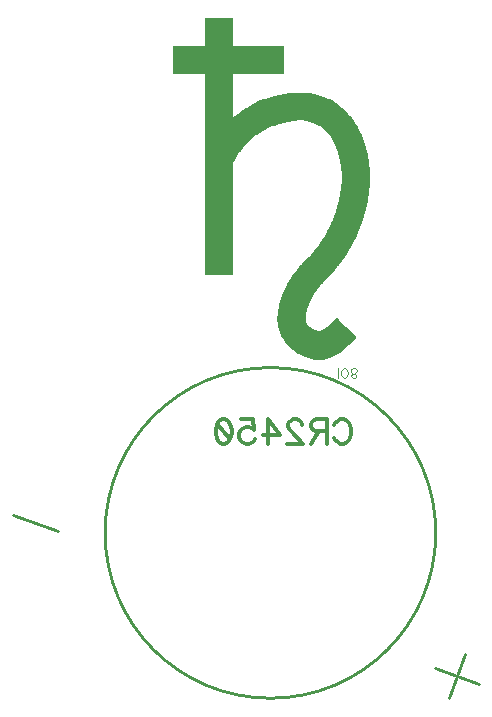
<source format=gbo>
G04 DipTrace 2.3.1.0*
%INBottomSilk.gbr*%
%MOIN*%
%ADD10C,0.0098*%
%ADD12C,0.003*%
%ADD117C,0.0046*%
%ADD118C,0.0124*%
%FSLAX44Y44*%
G04*
G70*
G90*
G75*
G01*
%LNBotSilk*%
%LPD*%
X7471Y11683D2*
D10*
X5991Y12222D1*
X20048Y7104D2*
X21529Y6567D1*
X20519Y6095D2*
X21058Y7577D1*
X9055Y11614D2*
G02X9055Y11614I5511J0D01*
G01*
X12373Y28785D2*
D12*
X13271D1*
X12373Y28755D2*
X13271D1*
X12373Y28725D2*
X13271D1*
X12373Y28695D2*
X13271D1*
X12373Y28665D2*
X13271D1*
X12373Y28635D2*
X13271D1*
X12373Y28606D2*
X13271D1*
X12373Y28576D2*
X13271D1*
X12373Y28546D2*
X13271D1*
X12373Y28516D2*
X13271D1*
X12373Y28486D2*
X13271D1*
X12373Y28456D2*
X13271D1*
X12373Y28426D2*
X13271D1*
X12373Y28396D2*
X13271D1*
X12373Y28366D2*
X13271D1*
X12373Y28336D2*
X13271D1*
X12373Y28306D2*
X13271D1*
X12373Y28276D2*
X13271D1*
X12373Y28246D2*
X13271D1*
X12373Y28217D2*
X13271D1*
X12373Y28187D2*
X13271D1*
X12373Y28157D2*
X13271D1*
X12373Y28127D2*
X13271D1*
X12373Y28097D2*
X13271D1*
X12373Y28067D2*
X13271D1*
X12373Y28037D2*
X13271D1*
X12373Y28007D2*
X13271D1*
X12373Y27977D2*
X13271D1*
X12373Y27947D2*
X13271D1*
X12373Y27917D2*
X13271D1*
X12373Y27887D2*
X13271D1*
X12373Y27857D2*
X13271D1*
X11326Y27828D2*
X14976D1*
X11326Y27798D2*
X14976D1*
X11326Y27768D2*
X14976D1*
X11326Y27738D2*
X14976D1*
X11326Y27708D2*
X14976D1*
X11326Y27678D2*
X14976D1*
X11326Y27648D2*
X14976D1*
X11326Y27618D2*
X14976D1*
X11326Y27588D2*
X14976D1*
X11326Y27558D2*
X14976D1*
X11326Y27528D2*
X14976D1*
X11326Y27498D2*
X14976D1*
X11326Y27469D2*
X14976D1*
X11326Y27439D2*
X14976D1*
X11326Y27409D2*
X14976D1*
X11326Y27379D2*
X14976D1*
X11326Y27349D2*
X14976D1*
X11326Y27319D2*
X14976D1*
X11326Y27289D2*
X14976D1*
X11326Y27259D2*
X14976D1*
X11326Y27229D2*
X14976D1*
X11326Y27199D2*
X14976D1*
X11326Y27169D2*
X14976D1*
X11326Y27139D2*
X14976D1*
X11326Y27109D2*
X14976D1*
X11326Y27080D2*
X14976D1*
X11326Y27050D2*
X14976D1*
X11326Y27020D2*
X14976D1*
X11326Y26990D2*
X14976D1*
X11326Y26960D2*
X14976D1*
X12373Y26930D2*
X13271D1*
X12373Y26900D2*
X13271D1*
X12373Y26870D2*
X13271D1*
X12373Y26840D2*
X13271D1*
X12373Y26810D2*
X13271D1*
X12373Y26780D2*
X13271D1*
X12373Y26750D2*
X13271D1*
X12373Y26720D2*
X13271D1*
X12373Y26691D2*
X13271D1*
X12373Y26661D2*
X13271D1*
X12373Y26631D2*
X13271D1*
X12373Y26601D2*
X13271D1*
X12373Y26571D2*
X13271D1*
X12373Y26541D2*
X13271D1*
X12373Y26511D2*
X13271D1*
X12373Y26481D2*
X13271D1*
X12373Y26451D2*
X13271D1*
X12373Y26421D2*
X13271D1*
X12373Y26391D2*
X13271D1*
X12373Y26361D2*
X13271D1*
X12373Y26331D2*
X13271D1*
X12373Y26302D2*
X13271D1*
X12373Y26272D2*
X13271D1*
X15186D2*
X15844D1*
X12373Y26242D2*
X13271D1*
X15014D2*
X15986D1*
X12373Y26212D2*
X13271D1*
X14860D2*
X16110D1*
X12373Y26182D2*
X13271D1*
X14723D2*
X16217D1*
X12373Y26152D2*
X13271D1*
X14600D2*
X16311D1*
X12373Y26122D2*
X13271D1*
X14490D2*
X16392D1*
X12373Y26092D2*
X13271D1*
X14393D2*
X16463D1*
X12373Y26062D2*
X13271D1*
X14309D2*
X16527D1*
X12373Y26032D2*
X13271D1*
X14233D2*
X16586D1*
X12373Y26002D2*
X13271D1*
X14161D2*
X16638D1*
X12373Y25972D2*
X13271D1*
X14095D2*
X16686D1*
X12373Y25943D2*
X13271D1*
X14036D2*
X16729D1*
X12373Y25913D2*
X13271D1*
X13981D2*
X16770D1*
X12373Y25883D2*
X13271D1*
X13926D2*
X16811D1*
X12373Y25853D2*
X13271D1*
X13873D2*
X16850D1*
X12373Y25823D2*
X13271D1*
X13822D2*
X16886D1*
X12373Y25793D2*
X13271D1*
X13774D2*
X16919D1*
X12373Y25763D2*
X13271D1*
X13728D2*
X16950D1*
X12373Y25733D2*
X13271D1*
X13683D2*
X16981D1*
X12373Y25703D2*
X13271D1*
X13638D2*
X17011D1*
X12373Y25673D2*
X13271D1*
X13594D2*
X17041D1*
X12373Y25643D2*
X13271D1*
X13552D2*
X17071D1*
X12373Y25613D2*
X13271D1*
X13511D2*
X17101D1*
X12373Y25583D2*
X13271D1*
X13471D2*
X17131D1*
X12373Y25554D2*
X13271D1*
X13431D2*
X17161D1*
X12373Y25524D2*
X13272D1*
X13395D2*
X17189D1*
X12373Y25494D2*
X13277D1*
X13357D2*
X17215D1*
X12373Y25464D2*
X13287D1*
X13315D2*
X17238D1*
X12373Y25434D2*
X17260D1*
X12373Y25404D2*
X17284D1*
X12373Y25374D2*
X15319D1*
X15741D2*
X17307D1*
X12373Y25344D2*
X15140D1*
X15861D2*
X17328D1*
X12373Y25314D2*
X14988D1*
X15959D2*
X17346D1*
X12373Y25284D2*
X14862D1*
X16037D2*
X17363D1*
X12373Y25254D2*
X14758D1*
X16102D2*
X17381D1*
X12373Y25224D2*
X14670D1*
X16158D2*
X17401D1*
X12373Y25194D2*
X14594D1*
X16206D2*
X17419D1*
X12373Y25165D2*
X14525D1*
X16249D2*
X17436D1*
X12373Y25135D2*
X14462D1*
X16287D2*
X17452D1*
X12373Y25105D2*
X14403D1*
X16320D2*
X17467D1*
X12373Y25075D2*
X14347D1*
X16352D2*
X17482D1*
X12373Y25045D2*
X14292D1*
X16382D2*
X17497D1*
X12373Y25015D2*
X14241D1*
X16412D2*
X17512D1*
X12373Y24985D2*
X14193D1*
X16442D2*
X17527D1*
X12373Y24955D2*
X14147D1*
X16472D2*
X17542D1*
X12373Y24925D2*
X14103D1*
X16501D2*
X17556D1*
X12373Y24895D2*
X14062D1*
X16527D2*
X17568D1*
X12373Y24865D2*
X14025D1*
X16550D2*
X17579D1*
X12373Y24835D2*
X13991D1*
X16571D2*
X17590D1*
X12373Y24806D2*
X13959D1*
X16592D2*
X17603D1*
X12373Y24776D2*
X13925D1*
X16611D2*
X17616D1*
X12373Y24746D2*
X13887D1*
X16628D2*
X17628D1*
X12373Y24716D2*
X13850D1*
X16644D2*
X17639D1*
X12373Y24686D2*
X13814D1*
X16659D2*
X17649D1*
X12373Y24656D2*
X13783D1*
X16674D2*
X17659D1*
X12373Y24626D2*
X13755D1*
X16689D2*
X17669D1*
X12373Y24596D2*
X13732D1*
X16704D2*
X17679D1*
X12373Y24566D2*
X13710D1*
X16718D2*
X17689D1*
X12373Y24536D2*
X13685D1*
X16730D2*
X17699D1*
X12373Y24506D2*
X13659D1*
X16741D2*
X17709D1*
X12373Y24476D2*
X13634D1*
X16753D2*
X17718D1*
X12373Y24446D2*
X13612D1*
X16766D2*
X17725D1*
X12373Y24417D2*
X13590D1*
X16779D2*
X17732D1*
X12373Y24387D2*
X13565D1*
X16790D2*
X17740D1*
X12373Y24357D2*
X13538D1*
X16801D2*
X17749D1*
X12373Y24327D2*
X13511D1*
X16811D2*
X17755D1*
X12373Y24297D2*
X13485D1*
X16821D2*
X17762D1*
X12373Y24267D2*
X13464D1*
X16827D2*
X17770D1*
X12373Y24237D2*
X13445D1*
X16834D2*
X17779D1*
X12373Y24207D2*
X13428D1*
X16843D2*
X17784D1*
X12373Y24177D2*
X13409D1*
X16851D2*
X17787D1*
X12373Y24147D2*
X13390D1*
X16858D2*
X17789D1*
X12373Y24117D2*
X13372D1*
X16864D2*
X17794D1*
X12373Y24087D2*
X13355D1*
X16873D2*
X17801D1*
X12373Y24057D2*
X13338D1*
X16881D2*
X17809D1*
X12373Y24028D2*
X13320D1*
X16886D2*
X17814D1*
X12373Y23998D2*
X13301D1*
X16889D2*
X17817D1*
X12373Y23968D2*
X13287D1*
X16892D2*
X17818D1*
X12373Y23938D2*
X13278D1*
X16896D2*
X17819D1*
X12373Y23908D2*
X13274D1*
X16903D2*
X17820D1*
X12373Y23878D2*
X13272D1*
X16911D2*
X17824D1*
X12373Y23848D2*
X13271D1*
X16916D2*
X17831D1*
X12373Y23818D2*
X13271D1*
X16919D2*
X17839D1*
X12373Y23788D2*
X13271D1*
X16921D2*
X17844D1*
X12373Y23758D2*
X13271D1*
X16922D2*
X17847D1*
X12373Y23728D2*
X13271D1*
X16926D2*
X17848D1*
X12373Y23698D2*
X13271D1*
X16933D2*
X17849D1*
X12373Y23669D2*
X13271D1*
X16941D2*
X17849D1*
X12373Y23639D2*
X13271D1*
X16946D2*
X17849D1*
X12373Y23609D2*
X13271D1*
X16949D2*
X17849D1*
X12373Y23579D2*
X13271D1*
X16950D2*
X17849D1*
X12373Y23549D2*
X13271D1*
X16951D2*
X17849D1*
X12373Y23519D2*
X13271D1*
X16951D2*
X17849D1*
X12373Y23489D2*
X13271D1*
X16951D2*
X17849D1*
X12373Y23459D2*
X13271D1*
X16951D2*
X17849D1*
X12373Y23429D2*
X13271D1*
X16951D2*
X17849D1*
X12373Y23399D2*
X13271D1*
X16951D2*
X17849D1*
X12373Y23369D2*
X13271D1*
X16951D2*
X17849D1*
X12373Y23339D2*
X13271D1*
X16950D2*
X17849D1*
X12373Y23309D2*
X13271D1*
X16946D2*
X17849D1*
X12373Y23280D2*
X13271D1*
X16939D2*
X17849D1*
X12373Y23250D2*
X13271D1*
X16931D2*
X17849D1*
X12373Y23220D2*
X13271D1*
X16926D2*
X17849D1*
X12373Y23190D2*
X13271D1*
X16923D2*
X17848D1*
X12373Y23160D2*
X13271D1*
X16922D2*
X17844D1*
X12373Y23130D2*
X13271D1*
X16920D2*
X17837D1*
X12373Y23100D2*
X13271D1*
X16916D2*
X17829D1*
X12373Y23070D2*
X13271D1*
X16909D2*
X17824D1*
X12373Y23040D2*
X13271D1*
X16901D2*
X17821D1*
X12373Y23010D2*
X13271D1*
X16896D2*
X17820D1*
X12373Y22980D2*
X13271D1*
X16893D2*
X17819D1*
X12373Y22950D2*
X13271D1*
X16892D2*
X17819D1*
X12373Y22920D2*
X13271D1*
X16890D2*
X17818D1*
X12373Y22891D2*
X13271D1*
X16886D2*
X17814D1*
X12373Y22861D2*
X13271D1*
X16879D2*
X17807D1*
X12373Y22831D2*
X13271D1*
X16872D2*
X17799D1*
X12373Y22801D2*
X13271D1*
X16866D2*
X17794D1*
X12373Y22771D2*
X13271D1*
X16862D2*
X17791D1*
X12373Y22741D2*
X13271D1*
X16857D2*
X17789D1*
X12373Y22711D2*
X13271D1*
X16849D2*
X17784D1*
X12373Y22681D2*
X13271D1*
X16841D2*
X17777D1*
X12373Y22651D2*
X13271D1*
X16831D2*
X17769D1*
X12373Y22621D2*
X13271D1*
X16821D2*
X17764D1*
X12373Y22591D2*
X13271D1*
X16812D2*
X17760D1*
X12373Y22561D2*
X13271D1*
X16806D2*
X17755D1*
X12373Y22531D2*
X13271D1*
X16799D2*
X17747D1*
X12373Y22502D2*
X13271D1*
X16790D2*
X17739D1*
X12373Y22472D2*
X13271D1*
X16781D2*
X17733D1*
X12373Y22442D2*
X13271D1*
X16772D2*
X17726D1*
X12373Y22412D2*
X13271D1*
X16762D2*
X17718D1*
X12373Y22382D2*
X13271D1*
X16753D2*
X17708D1*
X12373Y22352D2*
X13271D1*
X16746D2*
X17699D1*
X12373Y22322D2*
X13271D1*
X16739D2*
X17689D1*
X12373Y22292D2*
X13271D1*
X16729D2*
X17679D1*
X12373Y22262D2*
X13271D1*
X16717D2*
X17670D1*
X12373Y22232D2*
X13271D1*
X16705D2*
X17659D1*
X12373Y22202D2*
X13271D1*
X16693D2*
X17650D1*
X12373Y22172D2*
X13271D1*
X16683D2*
X17643D1*
X12373Y22143D2*
X13271D1*
X16672D2*
X17637D1*
X12373Y22113D2*
X13271D1*
X16662D2*
X17628D1*
X12373Y22083D2*
X13271D1*
X16652D2*
X17619D1*
X12373Y22053D2*
X13271D1*
X16641D2*
X17609D1*
X12373Y22023D2*
X13271D1*
X16628D2*
X17599D1*
X12373Y21993D2*
X13271D1*
X16614D2*
X17589D1*
X12373Y21963D2*
X13271D1*
X16599D2*
X17580D1*
X12373Y21933D2*
X13271D1*
X16585D2*
X17568D1*
X12373Y21903D2*
X13271D1*
X16570D2*
X17556D1*
X12373Y21873D2*
X13271D1*
X16555D2*
X17543D1*
X12373Y21843D2*
X13271D1*
X16540D2*
X17531D1*
X12373Y21813D2*
X13271D1*
X16525D2*
X17520D1*
X12373Y21783D2*
X13271D1*
X16510D2*
X17510D1*
X12373Y21754D2*
X13271D1*
X16495D2*
X17500D1*
X12373Y21724D2*
X13271D1*
X16480D2*
X17490D1*
X12373Y21694D2*
X13271D1*
X16465D2*
X17479D1*
X12373Y21664D2*
X13271D1*
X16450D2*
X17466D1*
X12373Y21634D2*
X13271D1*
X16435D2*
X17452D1*
X12373Y21604D2*
X13271D1*
X16420D2*
X17437D1*
X12373Y21574D2*
X13271D1*
X16405D2*
X17423D1*
X12373Y21544D2*
X13271D1*
X16389D2*
X17411D1*
X12373Y21514D2*
X13271D1*
X16371D2*
X17401D1*
X12373Y21484D2*
X13271D1*
X16352D2*
X17389D1*
X12373Y21454D2*
X13271D1*
X16333D2*
X17376D1*
X12373Y21424D2*
X13271D1*
X16313D2*
X17362D1*
X12373Y21394D2*
X13271D1*
X16293D2*
X17346D1*
X12373Y21365D2*
X13271D1*
X16273D2*
X17329D1*
X12373Y21335D2*
X13271D1*
X16253D2*
X17309D1*
X12373Y21305D2*
X13271D1*
X16233D2*
X17291D1*
X12373Y21275D2*
X13271D1*
X16213D2*
X17274D1*
X12373Y21245D2*
X13271D1*
X16192D2*
X17258D1*
X12373Y21215D2*
X13271D1*
X16169D2*
X17243D1*
X12373Y21185D2*
X13271D1*
X16146D2*
X17228D1*
X12373Y21155D2*
X13271D1*
X16125D2*
X17213D1*
X12373Y21125D2*
X13271D1*
X16103D2*
X17197D1*
X12373Y21095D2*
X13271D1*
X16079D2*
X17179D1*
X12373Y21065D2*
X13271D1*
X16053D2*
X17160D1*
X12373Y21035D2*
X13271D1*
X16028D2*
X17142D1*
X12373Y21006D2*
X13271D1*
X16006D2*
X17125D1*
X12373Y20976D2*
X13271D1*
X15983D2*
X17108D1*
X12373Y20946D2*
X13271D1*
X15959D2*
X17090D1*
X12373Y20916D2*
X13271D1*
X15932D2*
X17070D1*
X12373Y20886D2*
X13271D1*
X15903D2*
X17051D1*
X12373Y20856D2*
X13271D1*
X15873D2*
X17031D1*
X12373Y20826D2*
X13271D1*
X15840D2*
X17011D1*
X12373Y20796D2*
X13271D1*
X15807D2*
X16991D1*
X12373Y20766D2*
X13271D1*
X15777D2*
X16970D1*
X12373Y20736D2*
X13271D1*
X15749D2*
X16947D1*
X12373Y20706D2*
X13271D1*
X15722D2*
X16924D1*
X12373Y20676D2*
X13271D1*
X15693D2*
X16903D1*
X12373Y20646D2*
X13271D1*
X15664D2*
X16881D1*
X12373Y20617D2*
X13271D1*
X15634D2*
X16858D1*
X12373Y20587D2*
X13271D1*
X15605D2*
X16834D1*
X12373Y20557D2*
X13271D1*
X15576D2*
X16813D1*
X12373Y20527D2*
X13271D1*
X15550D2*
X16791D1*
X12373Y20497D2*
X13271D1*
X15527D2*
X16767D1*
X12373Y20467D2*
X13271D1*
X15505D2*
X16741D1*
X12373Y20437D2*
X13271D1*
X15481D2*
X16716D1*
X12373Y20407D2*
X13271D1*
X15458D2*
X16694D1*
X12373Y20377D2*
X13271D1*
X15437D2*
X16672D1*
X12373Y20347D2*
X13271D1*
X15415D2*
X16647D1*
X12373Y20317D2*
X13271D1*
X15390D2*
X16620D1*
X12373Y20287D2*
X13271D1*
X15364D2*
X16591D1*
X12373Y20257D2*
X13271D1*
X15340D2*
X16562D1*
X12373Y20228D2*
X13271D1*
X15317D2*
X16532D1*
X15296Y20198D2*
X16502D1*
X15276Y20168D2*
X16472D1*
X15256Y20138D2*
X16443D1*
X15236Y20108D2*
X16413D1*
X15216Y20078D2*
X16383D1*
X15197Y20048D2*
X16353D1*
X15180Y20018D2*
X16323D1*
X15164Y19988D2*
X16294D1*
X15149Y19958D2*
X16268D1*
X15134Y19928D2*
X16245D1*
X15119Y19898D2*
X16223D1*
X15104Y19869D2*
X16198D1*
X15089Y19839D2*
X16171D1*
X15074Y19809D2*
X16144D1*
X15059Y19779D2*
X16118D1*
X15044Y19749D2*
X16096D1*
X15029Y19719D2*
X16074D1*
X15014Y19689D2*
X16054D1*
X14999Y19659D2*
X16034D1*
X14984Y19629D2*
X16014D1*
X14970Y19599D2*
X15994D1*
X14958Y19569D2*
X15975D1*
X14947Y19539D2*
X15958D1*
X14937Y19509D2*
X15942D1*
X14926Y19480D2*
X15927D1*
X14917Y19450D2*
X15911D1*
X14907Y19420D2*
X15896D1*
X14897Y19390D2*
X15881D1*
X14891Y19360D2*
X15867D1*
X14884Y19330D2*
X15852D1*
X14875Y19300D2*
X15838D1*
X14867Y19270D2*
X15826D1*
X14862Y19240D2*
X15815D1*
X14858Y19210D2*
X15803D1*
X14853Y19180D2*
X15790D1*
X14845Y19150D2*
X15777D1*
X14837Y19120D2*
X15767D1*
X14832Y19091D2*
X15759D1*
X14829Y19061D2*
X15752D1*
X14827Y19031D2*
X15743D1*
X14826Y19001D2*
X15735D1*
X14822Y18971D2*
X15729D1*
X14815Y18941D2*
X15727D1*
X14807Y18911D2*
X15725D1*
X14802Y18881D2*
X15725D1*
X14799Y18851D2*
X15725D1*
X14798Y18821D2*
X15724D1*
X14797Y18791D2*
X15724D1*
X14797Y18761D2*
X15724D1*
X16742D2*
X16772D1*
X14797Y18731D2*
X15724D1*
X16712D2*
X16802D1*
X14797Y18702D2*
X15725D1*
X16682D2*
X16831D1*
X14798Y18672D2*
X15726D1*
X16652D2*
X16861D1*
X14802Y18642D2*
X15731D1*
X16622D2*
X16891D1*
X14809Y18612D2*
X15743D1*
X16592D2*
X16921D1*
X14817Y18582D2*
X15762D1*
X16562D2*
X16951D1*
X14822Y18552D2*
X15784D1*
X16531D2*
X16982D1*
X14826Y18522D2*
X15808D1*
X16497D2*
X17016D1*
X14831Y18492D2*
X15837D1*
X16460D2*
X17053D1*
X14839Y18462D2*
X15870D1*
X16422D2*
X17091D1*
X14847Y18432D2*
X15908D1*
X16382D2*
X17126D1*
X14853Y18402D2*
X15959D1*
X16335D2*
X17159D1*
X14860Y18372D2*
X16037D1*
X16268D2*
X17190D1*
X14869Y18343D2*
X16153D1*
X16171D2*
X17220D1*
X14881Y18313D2*
X17250D1*
X14894Y18283D2*
X17280D1*
X14905Y18253D2*
X17310D1*
X14916Y18223D2*
X17339D1*
X14928Y18193D2*
X17364D1*
X14942Y18163D2*
X17384D1*
X14960Y18133D2*
X17390D1*
X14981Y18103D2*
X17382D1*
X15004Y18073D2*
X17357D1*
X15025Y18043D2*
X17324D1*
X15046Y18013D2*
X17289D1*
X15066Y17983D2*
X17255D1*
X15086Y17954D2*
X17222D1*
X15107Y17924D2*
X17191D1*
X15131Y17894D2*
X17161D1*
X15159Y17864D2*
X17130D1*
X15192Y17834D2*
X17096D1*
X15228Y17804D2*
X17059D1*
X15266Y17774D2*
X17020D1*
X15302Y17744D2*
X16981D1*
X15339Y17714D2*
X16941D1*
X15382Y17684D2*
X16901D1*
X15428Y17654D2*
X16860D1*
X15476Y17624D2*
X16816D1*
X15526Y17594D2*
X16769D1*
X15582Y17565D2*
X16720D1*
X15644Y17535D2*
X16664D1*
X15720Y17505D2*
X16597D1*
X15811Y17475D2*
X16516D1*
X15915Y17445D2*
X16422D1*
X16024Y17415D2*
X16323D1*
X12373Y28785D2*
Y28755D1*
Y28725D1*
Y28695D1*
Y28665D1*
Y28635D1*
Y28606D1*
Y28576D1*
Y28546D1*
Y28516D1*
Y28486D1*
Y28456D1*
Y28426D1*
Y28396D1*
Y28366D1*
Y28336D1*
Y28306D1*
Y28276D1*
Y28246D1*
Y28217D1*
Y28187D1*
Y28157D1*
Y28127D1*
Y28097D1*
Y28067D1*
Y28037D1*
Y28007D1*
Y27977D1*
Y27947D1*
Y27917D1*
Y27887D1*
Y27857D1*
Y27828D1*
X13271Y28785D2*
Y28755D1*
Y28725D1*
Y28695D1*
Y28665D1*
Y28635D1*
Y28606D1*
Y28576D1*
Y28546D1*
Y28516D1*
Y28486D1*
Y28456D1*
Y28426D1*
Y28396D1*
Y28366D1*
Y28336D1*
Y28306D1*
Y28276D1*
Y28246D1*
Y28217D1*
Y28187D1*
Y28157D1*
Y28127D1*
Y28097D1*
Y28067D1*
Y28037D1*
Y28007D1*
Y27977D1*
Y27947D1*
Y27917D1*
Y27887D1*
Y27857D1*
Y27828D1*
X11326D2*
Y27798D1*
Y27768D1*
Y27738D1*
Y27708D1*
Y27678D1*
Y27648D1*
Y27618D1*
Y27588D1*
Y27558D1*
Y27528D1*
Y27498D1*
Y27469D1*
Y27439D1*
Y27409D1*
Y27379D1*
Y27349D1*
Y27319D1*
Y27289D1*
Y27259D1*
Y27229D1*
Y27199D1*
Y27169D1*
Y27139D1*
Y27109D1*
Y27080D1*
Y27050D1*
Y27020D1*
Y26990D1*
Y26960D1*
X14976Y27828D2*
Y27798D1*
Y27768D1*
Y27738D1*
Y27708D1*
Y27678D1*
Y27648D1*
Y27618D1*
Y27588D1*
Y27558D1*
Y27528D1*
Y27498D1*
Y27469D1*
Y27439D1*
Y27409D1*
Y27379D1*
Y27349D1*
Y27319D1*
Y27289D1*
Y27259D1*
Y27229D1*
Y27199D1*
Y27169D1*
Y27139D1*
Y27109D1*
Y27080D1*
Y27050D1*
Y27020D1*
Y26990D1*
Y26960D1*
X12373D2*
Y26930D1*
Y26900D1*
Y26870D1*
Y26840D1*
Y26810D1*
Y26780D1*
Y26750D1*
Y26720D1*
Y26691D1*
Y26661D1*
Y26631D1*
Y26601D1*
Y26571D1*
Y26541D1*
Y26511D1*
Y26481D1*
Y26451D1*
Y26421D1*
Y26391D1*
Y26361D1*
Y26331D1*
Y26302D1*
Y26272D1*
Y26242D1*
Y26212D1*
Y26182D1*
Y26152D1*
Y26122D1*
Y26092D1*
Y26062D1*
Y26032D1*
Y26002D1*
Y25972D1*
Y25943D1*
Y25913D1*
Y25883D1*
Y25853D1*
Y25823D1*
Y25793D1*
Y25763D1*
Y25733D1*
Y25703D1*
Y25673D1*
Y25643D1*
Y25613D1*
Y25583D1*
Y25554D1*
Y25524D1*
Y25494D1*
Y25464D1*
Y25434D1*
Y25404D1*
Y25374D1*
Y25344D1*
Y25314D1*
Y25284D1*
Y25254D1*
Y25224D1*
Y25194D1*
Y25165D1*
Y25135D1*
Y25105D1*
Y25075D1*
Y25045D1*
Y25015D1*
Y24985D1*
Y24955D1*
Y24925D1*
Y24895D1*
Y24865D1*
Y24835D1*
Y24806D1*
Y24776D1*
Y24746D1*
Y24716D1*
Y24686D1*
Y24656D1*
Y24626D1*
Y24596D1*
Y24566D1*
Y24536D1*
Y24506D1*
Y24476D1*
Y24446D1*
Y24417D1*
Y24387D1*
Y24357D1*
Y24327D1*
Y24297D1*
Y24267D1*
Y24237D1*
Y24207D1*
Y24177D1*
Y24147D1*
Y24117D1*
Y24087D1*
Y24057D1*
Y24028D1*
Y23998D1*
Y23968D1*
Y23938D1*
Y23908D1*
Y23878D1*
Y23848D1*
Y23818D1*
Y23788D1*
Y23758D1*
Y23728D1*
Y23698D1*
Y23669D1*
Y23639D1*
Y23609D1*
Y23579D1*
Y23549D1*
Y23519D1*
Y23489D1*
Y23459D1*
Y23429D1*
Y23399D1*
Y23369D1*
Y23339D1*
Y23309D1*
Y23280D1*
Y23250D1*
Y23220D1*
Y23190D1*
Y23160D1*
Y23130D1*
Y23100D1*
Y23070D1*
Y23040D1*
Y23010D1*
Y22980D1*
Y22950D1*
Y22920D1*
Y22891D1*
Y22861D1*
Y22831D1*
Y22801D1*
Y22771D1*
Y22741D1*
Y22711D1*
Y22681D1*
Y22651D1*
Y22621D1*
Y22591D1*
Y22561D1*
Y22531D1*
Y22502D1*
Y22472D1*
Y22442D1*
Y22412D1*
Y22382D1*
Y22352D1*
Y22322D1*
Y22292D1*
Y22262D1*
Y22232D1*
Y22202D1*
Y22172D1*
Y22143D1*
Y22113D1*
Y22083D1*
Y22053D1*
Y22023D1*
Y21993D1*
Y21963D1*
Y21933D1*
Y21903D1*
Y21873D1*
Y21843D1*
Y21813D1*
Y21783D1*
Y21754D1*
Y21724D1*
Y21694D1*
Y21664D1*
Y21634D1*
Y21604D1*
Y21574D1*
Y21544D1*
Y21514D1*
Y21484D1*
Y21454D1*
Y21424D1*
Y21394D1*
Y21365D1*
Y21335D1*
Y21305D1*
Y21275D1*
Y21245D1*
Y21215D1*
Y21185D1*
Y21155D1*
Y21125D1*
Y21095D1*
Y21065D1*
Y21035D1*
Y21006D1*
Y20976D1*
Y20946D1*
Y20916D1*
Y20886D1*
Y20856D1*
Y20826D1*
Y20796D1*
Y20766D1*
Y20736D1*
Y20706D1*
Y20676D1*
Y20646D1*
Y20617D1*
Y20587D1*
Y20557D1*
Y20527D1*
Y20497D1*
Y20467D1*
Y20437D1*
Y20407D1*
Y20377D1*
Y20347D1*
Y20317D1*
Y20287D1*
Y20257D1*
Y20228D1*
X13271Y26960D2*
Y26930D1*
Y26900D1*
Y26870D1*
Y26840D1*
Y26810D1*
Y26780D1*
Y26750D1*
Y26720D1*
Y26691D1*
Y26661D1*
Y26631D1*
Y26601D1*
Y26571D1*
Y26541D1*
Y26511D1*
Y26481D1*
Y26451D1*
Y26421D1*
Y26391D1*
Y26361D1*
Y26331D1*
Y26302D1*
Y26272D1*
Y26242D1*
Y26212D1*
Y26182D1*
Y26152D1*
Y26122D1*
Y26092D1*
Y26062D1*
Y26032D1*
Y26002D1*
Y25972D1*
Y25943D1*
Y25913D1*
Y25883D1*
Y25853D1*
Y25823D1*
Y25793D1*
Y25763D1*
Y25733D1*
Y25703D1*
Y25673D1*
Y25643D1*
Y25613D1*
Y25583D1*
Y25554D1*
X13272Y25524D1*
X13277Y25494D1*
X13287Y25464D1*
X13301Y25434D1*
X15186Y26272D2*
X15014Y26242D1*
X14860Y26212D1*
X14723Y26182D1*
X14600Y26152D1*
X14490Y26122D1*
X14393Y26092D1*
X14309Y26062D1*
X14233Y26032D1*
X14161Y26002D1*
X14095Y25972D1*
X14036Y25943D1*
X13981Y25913D1*
X13926Y25883D1*
X13873Y25853D1*
X13822Y25823D1*
X13774Y25793D1*
X13728Y25763D1*
X13683Y25733D1*
X13638Y25703D1*
X13594Y25673D1*
X13552Y25643D1*
X13511Y25613D1*
X13471Y25583D1*
X13431Y25554D1*
X13395Y25524D1*
X13357Y25494D1*
X13315Y25464D1*
X13271Y25434D1*
X15844Y26272D2*
X15986Y26242D1*
X16110Y26212D1*
X16217Y26182D1*
X16311Y26152D1*
X16392Y26122D1*
X16463Y26092D1*
X16527Y26062D1*
X16586Y26032D1*
X16638Y26002D1*
X16686Y25972D1*
X16729Y25943D1*
X16770Y25913D1*
X16811Y25883D1*
X16850Y25853D1*
X16886Y25823D1*
X16919Y25793D1*
X16950Y25763D1*
X16981Y25733D1*
X17011Y25703D1*
X17041Y25673D1*
X17071Y25643D1*
X17101Y25613D1*
X17131Y25583D1*
X17161Y25554D1*
X17189Y25524D1*
X17215Y25494D1*
X17238Y25464D1*
X17260Y25434D1*
X17284Y25404D1*
X17307Y25374D1*
X17328Y25344D1*
X17346Y25314D1*
X17363Y25284D1*
X17381Y25254D1*
X17401Y25224D1*
X17419Y25194D1*
X17436Y25165D1*
X17452Y25135D1*
X17467Y25105D1*
X17482Y25075D1*
X17497Y25045D1*
X17512Y25015D1*
X17527Y24985D1*
X17542Y24955D1*
X17556Y24925D1*
X17568Y24895D1*
X17579Y24865D1*
X17590Y24835D1*
X17603Y24806D1*
X17616Y24776D1*
X17628Y24746D1*
X17639Y24716D1*
X17649Y24686D1*
X17659Y24656D1*
X17669Y24626D1*
X17679Y24596D1*
X17689Y24566D1*
X17699Y24536D1*
X17709Y24506D1*
X17718Y24476D1*
X17725Y24446D1*
X17732Y24417D1*
X17740Y24387D1*
X17749Y24357D1*
X17755Y24327D1*
X17762Y24297D1*
X17770Y24267D1*
X17779Y24237D1*
X17784Y24207D1*
X17787Y24177D1*
X17789Y24147D1*
X17794Y24117D1*
X17801Y24087D1*
X17809Y24057D1*
X17814Y24028D1*
X17817Y23998D1*
X17818Y23968D1*
X17819Y23938D1*
X17820Y23908D1*
X17824Y23878D1*
X17831Y23848D1*
X17839Y23818D1*
X17844Y23788D1*
X17847Y23758D1*
X17848Y23728D1*
X17849Y23698D1*
Y23669D1*
Y23639D1*
Y23609D1*
Y23579D1*
Y23549D1*
Y23519D1*
Y23489D1*
Y23459D1*
Y23429D1*
Y23399D1*
Y23369D1*
Y23339D1*
Y23309D1*
Y23280D1*
Y23250D1*
Y23220D1*
X17848Y23190D1*
X17844Y23160D1*
X17837Y23130D1*
X17829Y23100D1*
X17824Y23070D1*
X17821Y23040D1*
X17820Y23010D1*
X17819Y22980D1*
Y22950D1*
X17818Y22920D1*
X17814Y22891D1*
X17807Y22861D1*
X17799Y22831D1*
X17794Y22801D1*
X17791Y22771D1*
X17789Y22741D1*
X17784Y22711D1*
X17777Y22681D1*
X17769Y22651D1*
X17764Y22621D1*
X17760Y22591D1*
X17755Y22561D1*
X17747Y22531D1*
X17739Y22502D1*
X17733Y22472D1*
X17726Y22442D1*
X17718Y22412D1*
X17708Y22382D1*
X17699Y22352D1*
X17689Y22322D1*
X17679Y22292D1*
X17670Y22262D1*
X17659Y22232D1*
X17650Y22202D1*
X17643Y22172D1*
X17637Y22143D1*
X17628Y22113D1*
X17619Y22083D1*
X17609Y22053D1*
X17599Y22023D1*
X17589Y21993D1*
X17580Y21963D1*
X17568Y21933D1*
X17556Y21903D1*
X17543Y21873D1*
X17531Y21843D1*
X17520Y21813D1*
X17510Y21783D1*
X17500Y21754D1*
X17490Y21724D1*
X17479Y21694D1*
X17466Y21664D1*
X17452Y21634D1*
X17437Y21604D1*
X17423Y21574D1*
X17411Y21544D1*
X17401Y21514D1*
X17389Y21484D1*
X17376Y21454D1*
X17362Y21424D1*
X17346Y21394D1*
X17329Y21365D1*
X17309Y21335D1*
X17291Y21305D1*
X17274Y21275D1*
X17258Y21245D1*
X17243Y21215D1*
X17228Y21185D1*
X17213Y21155D1*
X17197Y21125D1*
X17179Y21095D1*
X17160Y21065D1*
X17142Y21035D1*
X17125Y21006D1*
X17108Y20976D1*
X17090Y20946D1*
X17070Y20916D1*
X17051Y20886D1*
X17031Y20856D1*
X17011Y20826D1*
X16991Y20796D1*
X16970Y20766D1*
X16947Y20736D1*
X16924Y20706D1*
X16903Y20676D1*
X16881Y20646D1*
X16858Y20617D1*
X16834Y20587D1*
X16813Y20557D1*
X16791Y20527D1*
X16767Y20497D1*
X16741Y20467D1*
X16716Y20437D1*
X16694Y20407D1*
X16672Y20377D1*
X16647Y20347D1*
X16620Y20317D1*
X16591Y20287D1*
X16562Y20257D1*
X16532Y20228D1*
X16502Y20198D1*
X16472Y20168D1*
X16443Y20138D1*
X16413Y20108D1*
X16383Y20078D1*
X16353Y20048D1*
X16323Y20018D1*
X16294Y19988D1*
X16268Y19958D1*
X16245Y19928D1*
X16223Y19898D1*
X16198Y19869D1*
X16171Y19839D1*
X16144Y19809D1*
X16118Y19779D1*
X16096Y19749D1*
X16074Y19719D1*
X16054Y19689D1*
X16034Y19659D1*
X16014Y19629D1*
X15994Y19599D1*
X15975Y19569D1*
X15958Y19539D1*
X15942Y19509D1*
X15927Y19480D1*
X15911Y19450D1*
X15896Y19420D1*
X15881Y19390D1*
X15867Y19360D1*
X15852Y19330D1*
X15838Y19300D1*
X15826Y19270D1*
X15815Y19240D1*
X15803Y19210D1*
X15790Y19180D1*
X15777Y19150D1*
X15767Y19120D1*
X15759Y19091D1*
X15752Y19061D1*
X15743Y19031D1*
X15735Y19001D1*
X15729Y18971D1*
X15727Y18941D1*
X15725Y18911D1*
Y18881D1*
Y18851D1*
X15724Y18821D1*
Y18791D1*
Y18761D1*
Y18731D1*
X15725Y18702D1*
X15726Y18672D1*
X15731Y18642D1*
X15743Y18612D1*
X15762Y18582D1*
X15784Y18552D1*
X15808Y18522D1*
X15837Y18492D1*
X15870Y18462D1*
X15908Y18432D1*
X15959Y18402D1*
X16037Y18372D1*
X16153Y18343D1*
X16293Y18313D1*
X15515Y25404D2*
X15319Y25374D1*
X15140Y25344D1*
X14988Y25314D1*
X14862Y25284D1*
X14758Y25254D1*
X14670Y25224D1*
X14594Y25194D1*
X14525Y25165D1*
X14462Y25135D1*
X14403Y25105D1*
X14347Y25075D1*
X14292Y25045D1*
X14241Y25015D1*
X14193Y24985D1*
X14147Y24955D1*
X14103Y24925D1*
X14062Y24895D1*
X14025Y24865D1*
X13991Y24835D1*
X13959Y24806D1*
X13925Y24776D1*
X13887Y24746D1*
X13850Y24716D1*
X13814Y24686D1*
X13783Y24656D1*
X13755Y24626D1*
X13732Y24596D1*
X13710Y24566D1*
X13685Y24536D1*
X13659Y24506D1*
X13634Y24476D1*
X13612Y24446D1*
X13590Y24417D1*
X13565Y24387D1*
X13538Y24357D1*
X13511Y24327D1*
X13485Y24297D1*
X13464Y24267D1*
X13445Y24237D1*
X13428Y24207D1*
X13409Y24177D1*
X13390Y24147D1*
X13372Y24117D1*
X13355Y24087D1*
X13338Y24057D1*
X13320Y24028D1*
X13301Y23998D1*
X13287Y23968D1*
X13278Y23938D1*
X13274Y23908D1*
X13272Y23878D1*
X13271Y23848D1*
Y23818D1*
Y23788D1*
Y23758D1*
Y23728D1*
Y23698D1*
Y23669D1*
Y23639D1*
Y23609D1*
Y23579D1*
Y23549D1*
Y23519D1*
Y23489D1*
Y23459D1*
Y23429D1*
Y23399D1*
Y23369D1*
Y23339D1*
Y23309D1*
Y23280D1*
Y23250D1*
Y23220D1*
Y23190D1*
Y23160D1*
Y23130D1*
Y23100D1*
Y23070D1*
Y23040D1*
Y23010D1*
Y22980D1*
Y22950D1*
Y22920D1*
Y22891D1*
Y22861D1*
Y22831D1*
Y22801D1*
Y22771D1*
Y22741D1*
Y22711D1*
Y22681D1*
Y22651D1*
Y22621D1*
Y22591D1*
Y22561D1*
Y22531D1*
Y22502D1*
Y22472D1*
Y22442D1*
Y22412D1*
Y22382D1*
Y22352D1*
Y22322D1*
Y22292D1*
Y22262D1*
Y22232D1*
Y22202D1*
Y22172D1*
Y22143D1*
Y22113D1*
Y22083D1*
Y22053D1*
Y22023D1*
Y21993D1*
Y21963D1*
Y21933D1*
Y21903D1*
Y21873D1*
Y21843D1*
Y21813D1*
Y21783D1*
Y21754D1*
Y21724D1*
Y21694D1*
Y21664D1*
Y21634D1*
Y21604D1*
Y21574D1*
Y21544D1*
Y21514D1*
Y21484D1*
Y21454D1*
Y21424D1*
Y21394D1*
Y21365D1*
Y21335D1*
Y21305D1*
Y21275D1*
Y21245D1*
Y21215D1*
Y21185D1*
Y21155D1*
Y21125D1*
Y21095D1*
Y21065D1*
Y21035D1*
Y21006D1*
Y20976D1*
Y20946D1*
Y20916D1*
Y20886D1*
Y20856D1*
Y20826D1*
Y20796D1*
Y20766D1*
Y20736D1*
Y20706D1*
Y20676D1*
Y20646D1*
Y20617D1*
Y20587D1*
Y20557D1*
Y20527D1*
Y20497D1*
Y20467D1*
Y20437D1*
Y20407D1*
Y20377D1*
Y20347D1*
Y20317D1*
Y20287D1*
Y20257D1*
Y20228D1*
X15605Y25404D2*
X15741Y25374D1*
X15861Y25344D1*
X15959Y25314D1*
X16037Y25284D1*
X16102Y25254D1*
X16158Y25224D1*
X16206Y25194D1*
X16249Y25165D1*
X16287Y25135D1*
X16320Y25105D1*
X16352Y25075D1*
X16382Y25045D1*
X16412Y25015D1*
X16442Y24985D1*
X16472Y24955D1*
X16501Y24925D1*
X16527Y24895D1*
X16550Y24865D1*
X16571Y24835D1*
X16592Y24806D1*
X16611Y24776D1*
X16628Y24746D1*
X16644Y24716D1*
X16659Y24686D1*
X16674Y24656D1*
X16689Y24626D1*
X16704Y24596D1*
X16718Y24566D1*
X16730Y24536D1*
X16741Y24506D1*
X16753Y24476D1*
X16766Y24446D1*
X16779Y24417D1*
X16790Y24387D1*
X16801Y24357D1*
X16811Y24327D1*
X16821Y24297D1*
X16827Y24267D1*
X16834Y24237D1*
X16843Y24207D1*
X16851Y24177D1*
X16858Y24147D1*
X16864Y24117D1*
X16873Y24087D1*
X16881Y24057D1*
X16886Y24028D1*
X16889Y23998D1*
X16892Y23968D1*
X16896Y23938D1*
X16903Y23908D1*
X16911Y23878D1*
X16916Y23848D1*
X16919Y23818D1*
X16921Y23788D1*
X16922Y23758D1*
X16926Y23728D1*
X16933Y23698D1*
X16941Y23669D1*
X16946Y23639D1*
X16949Y23609D1*
X16950Y23579D1*
X16951Y23549D1*
Y23519D1*
Y23489D1*
Y23459D1*
Y23429D1*
Y23399D1*
Y23369D1*
X16950Y23339D1*
X16946Y23309D1*
X16939Y23280D1*
X16931Y23250D1*
X16926Y23220D1*
X16923Y23190D1*
X16922Y23160D1*
X16920Y23130D1*
X16916Y23100D1*
X16909Y23070D1*
X16901Y23040D1*
X16896Y23010D1*
X16893Y22980D1*
X16892Y22950D1*
X16890Y22920D1*
X16886Y22891D1*
X16879Y22861D1*
X16872Y22831D1*
X16866Y22801D1*
X16862Y22771D1*
X16857Y22741D1*
X16849Y22711D1*
X16841Y22681D1*
X16831Y22651D1*
X16821Y22621D1*
X16812Y22591D1*
X16806Y22561D1*
X16799Y22531D1*
X16790Y22502D1*
X16781Y22472D1*
X16772Y22442D1*
X16762Y22412D1*
X16753Y22382D1*
X16746Y22352D1*
X16739Y22322D1*
X16729Y22292D1*
X16717Y22262D1*
X16705Y22232D1*
X16693Y22202D1*
X16683Y22172D1*
X16672Y22143D1*
X16662Y22113D1*
X16652Y22083D1*
X16641Y22053D1*
X16628Y22023D1*
X16614Y21993D1*
X16599Y21963D1*
X16585Y21933D1*
X16570Y21903D1*
X16555Y21873D1*
X16540Y21843D1*
X16525Y21813D1*
X16510Y21783D1*
X16495Y21754D1*
X16480Y21724D1*
X16465Y21694D1*
X16450Y21664D1*
X16435Y21634D1*
X16420Y21604D1*
X16405Y21574D1*
X16389Y21544D1*
X16371Y21514D1*
X16352Y21484D1*
X16333Y21454D1*
X16313Y21424D1*
X16293Y21394D1*
X16273Y21365D1*
X16253Y21335D1*
X16233Y21305D1*
X16213Y21275D1*
X16192Y21245D1*
X16169Y21215D1*
X16146Y21185D1*
X16125Y21155D1*
X16103Y21125D1*
X16079Y21095D1*
X16053Y21065D1*
X16028Y21035D1*
X16006Y21006D1*
X15983Y20976D1*
X15959Y20946D1*
X15932Y20916D1*
X15903Y20886D1*
X15873Y20856D1*
X15840Y20826D1*
X15807Y20796D1*
X15777Y20766D1*
X15749Y20736D1*
X15722Y20706D1*
X15693Y20676D1*
X15664Y20646D1*
X15634Y20617D1*
X15605Y20587D1*
X15576Y20557D1*
X15550Y20527D1*
X15527Y20497D1*
X15505Y20467D1*
X15481Y20437D1*
X15458Y20407D1*
X15437Y20377D1*
X15415Y20347D1*
X15390Y20317D1*
X15364Y20287D1*
X15340Y20257D1*
X15317Y20228D1*
X15296Y20198D1*
X15276Y20168D1*
X15256Y20138D1*
X15236Y20108D1*
X15216Y20078D1*
X15197Y20048D1*
X15180Y20018D1*
X15164Y19988D1*
X15149Y19958D1*
X15134Y19928D1*
X15119Y19898D1*
X15104Y19869D1*
X15089Y19839D1*
X15074Y19809D1*
X15059Y19779D1*
X15044Y19749D1*
X15029Y19719D1*
X15014Y19689D1*
X14999Y19659D1*
X14984Y19629D1*
X14970Y19599D1*
X14958Y19569D1*
X14947Y19539D1*
X14937Y19509D1*
X14926Y19480D1*
X14917Y19450D1*
X14907Y19420D1*
X14897Y19390D1*
X14891Y19360D1*
X14884Y19330D1*
X14875Y19300D1*
X14867Y19270D1*
X14862Y19240D1*
X14858Y19210D1*
X14853Y19180D1*
X14845Y19150D1*
X14837Y19120D1*
X14832Y19091D1*
X14829Y19061D1*
X14827Y19031D1*
X14826Y19001D1*
X14822Y18971D1*
X14815Y18941D1*
X14807Y18911D1*
X14802Y18881D1*
X14799Y18851D1*
X14798Y18821D1*
X14797Y18791D1*
Y18761D1*
Y18731D1*
Y18702D1*
X14798Y18672D1*
X14802Y18642D1*
X14809Y18612D1*
X14817Y18582D1*
X14822Y18552D1*
X14826Y18522D1*
X14831Y18492D1*
X14839Y18462D1*
X14847Y18432D1*
X14853Y18402D1*
X14860Y18372D1*
X14869Y18343D1*
X14881Y18313D1*
X14894Y18283D1*
X14905Y18253D1*
X14916Y18223D1*
X14928Y18193D1*
X14942Y18163D1*
X14960Y18133D1*
X14981Y18103D1*
X15004Y18073D1*
X15025Y18043D1*
X15046Y18013D1*
X15066Y17983D1*
X15086Y17954D1*
X15107Y17924D1*
X15131Y17894D1*
X15159Y17864D1*
X15192Y17834D1*
X15228Y17804D1*
X15266Y17774D1*
X15302Y17744D1*
X15339Y17714D1*
X15382Y17684D1*
X15428Y17654D1*
X15476Y17624D1*
X15526Y17594D1*
X15582Y17565D1*
X15644Y17535D1*
X15720Y17505D1*
X15811Y17475D1*
X15915Y17445D1*
X16024Y17415D1*
X16742Y18761D2*
X16712Y18731D1*
X16682Y18702D1*
X16652Y18672D1*
X16622Y18642D1*
X16592Y18612D1*
X16562Y18582D1*
X16531Y18552D1*
X16497Y18522D1*
X16460Y18492D1*
X16422Y18462D1*
X16382Y18432D1*
X16335Y18402D1*
X16268Y18372D1*
X16171Y18343D1*
X16054Y18313D1*
X16772Y18761D2*
X16802Y18731D1*
X16831Y18702D1*
X16861Y18672D1*
X16891Y18642D1*
X16921Y18612D1*
X16951Y18582D1*
X16982Y18552D1*
X17016Y18522D1*
X17053Y18492D1*
X17091Y18462D1*
X17126Y18432D1*
X17159Y18402D1*
X17190Y18372D1*
X17220Y18343D1*
X17250Y18313D1*
X17280Y18283D1*
X17310Y18253D1*
X17339Y18223D1*
X17364Y18193D1*
X17384Y18163D1*
X17390Y18133D1*
X17382Y18103D1*
X17357Y18073D1*
X17324Y18043D1*
X17289Y18013D1*
X17255Y17983D1*
X17222Y17954D1*
X17191Y17924D1*
X17161Y17894D1*
X17130Y17864D1*
X17096Y17834D1*
X17059Y17804D1*
X17020Y17774D1*
X16981Y17744D1*
X16941Y17714D1*
X16901Y17684D1*
X16860Y17654D1*
X16816Y17624D1*
X16769Y17594D1*
X16720Y17565D1*
X16664Y17535D1*
X16597Y17505D1*
X16516Y17475D1*
X16422Y17445D1*
X16323Y17415D1*
X16824Y16793D2*
D117*
Y17094D1*
X17003Y16793D2*
X16974Y16807D1*
X16946Y16836D1*
X16931Y16864D1*
X16917Y16907D1*
Y16979D1*
X16931Y17022D1*
X16946Y17051D1*
X16974Y17080D1*
X17003Y17094D1*
X17060D1*
X17089Y17080D1*
X17118Y17051D1*
X17132Y17022D1*
X17146Y16979D1*
Y16907D1*
X17132Y16864D1*
X17118Y16836D1*
X17089Y16807D1*
X17060Y16793D1*
X17003D1*
X17310D2*
X17268Y16807D1*
X17253Y16836D1*
Y16865D1*
X17268Y16893D1*
X17296Y16908D1*
X17354Y16922D1*
X17397Y16936D1*
X17425Y16965D1*
X17439Y16994D1*
Y17037D1*
X17425Y17065D1*
X17411Y17080D1*
X17368Y17094D1*
X17310D1*
X17268Y17080D1*
X17253Y17065D1*
X17239Y17037D1*
Y16994D1*
X17253Y16965D1*
X17282Y16936D1*
X17325Y16922D1*
X17382Y16908D1*
X17411Y16893D1*
X17425Y16865D1*
Y16836D1*
X17411Y16807D1*
X17368Y16793D1*
X17310D1*
X16688Y15206D2*
D118*
X16726Y15282D1*
X16803Y15359D1*
X16879Y15397D1*
X17032D1*
X17109Y15359D1*
X17185Y15282D1*
X17224Y15206D1*
X17262Y15091D1*
Y14899D1*
X17224Y14785D1*
X17185Y14708D1*
X17109Y14632D1*
X17032Y14593D1*
X16879D1*
X16803Y14632D1*
X16726Y14708D1*
X16688Y14785D1*
X16441Y15014D2*
X16097D1*
X15982Y15053D1*
X15943Y15091D1*
X15905Y15167D1*
Y15244D1*
X15943Y15320D1*
X15982Y15359D1*
X16097Y15397D1*
X16441D1*
Y14593D1*
X16173Y15014D2*
X15905Y14593D1*
X15619Y15205D2*
Y15243D1*
X15581Y15320D1*
X15543Y15358D1*
X15466Y15396D1*
X15313D1*
X15237Y15358D1*
X15199Y15320D1*
X15160Y15243D1*
Y15167D1*
X15199Y15090D1*
X15275Y14976D1*
X15658Y14593D1*
X15122D1*
X14492D2*
Y15396D1*
X14875Y14861D1*
X14301D1*
X13595Y15396D2*
X13977D1*
X14015Y15052D1*
X13977Y15090D1*
X13862Y15129D1*
X13748D1*
X13633Y15090D1*
X13556Y15014D1*
X13518Y14899D1*
Y14823D1*
X13556Y14708D1*
X13633Y14631D1*
X13748Y14593D1*
X13862D1*
X13977Y14631D1*
X14015Y14670D1*
X14054Y14746D1*
X13041Y15396D2*
X13156Y15358D1*
X13233Y15243D1*
X13271Y15052D1*
Y14937D1*
X13233Y14746D1*
X13156Y14631D1*
X13041Y14593D1*
X12965D1*
X12850Y14631D1*
X12774Y14746D1*
X12735Y14937D1*
Y15052D1*
X12774Y15243D1*
X12850Y15358D1*
X12965Y15396D1*
X13041D1*
X12774Y15243D2*
X13233Y14746D1*
M02*

</source>
